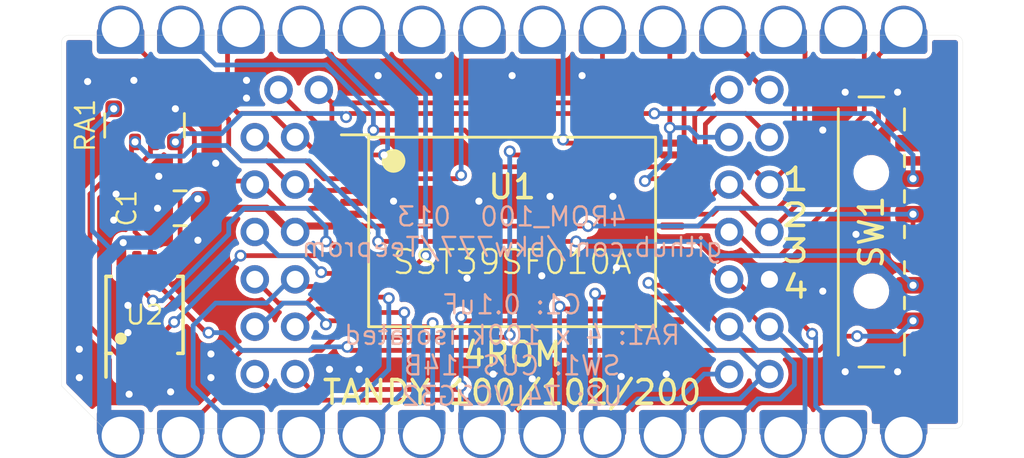
<source format=kicad_pcb>
(kicad_pcb (version 20221018) (generator pcbnew)
  (title_block (title "4ROM_100") (date "2023-02-13") (rev "013") (company "Brian White - b.kenyon.w@gmail.com") (comment 1 "CC-BY-SA") (comment 2 "github.com/bkw777/Teeprom") (comment 3 "4-bank Option ROM for TANDY 100/102/200"))
  (layers (0 "F.Cu" signal "Top") (31 "B.Cu" signal "Bottom") (34 "B.Paste" user) (35 "F.Paste" user) (36 "B.SilkS" user "B.Silkscreen") (37 "F.SilkS" user "F.Silkscreen") (38 "B.Mask" user) (39 "F.Mask" user) (44 "Edge.Cuts" user))
  (net 0 "")
  (net 1 "/D3")
  (net 2 "/A10")
  (net 3 "/D4")
  (net 4 "/A7")
  (net 5 "/D5")
  (net 6 "/A6")
  (net 7 "/D6")
  (net 8 "/A5")
  (net 9 "/D7")
  (net 10 "/A4")
  (net 11 "/A11")
  (net 12 "/A3")
  (net 13 "/~{OE}")
  (net 14 "/A2")
  (net 15 "/A13")
  (net 16 "/A1")
  (net 17 "/A0")
  (net 18 "/A12")
  (net 19 "/D0")
  (net 20 "/A9")
  (net 21 "/D1")
  (net 22 "/A8")
  (net 23 "/D2")
  (net 24 "/~{CE}")
  (net 25 "/A14")
  (net 26 "/~{WE}")
  (net 27 "VCC")
  (net 28 "GND")
  (net 29 "/A15")
  (net 30 "/A16")
  (net 33 "/BANK3")
  (net 34 "/BANK4")
  (net 35 "/BANK2")
  (footprint "000_LOCAL:4ROM_prog_female" (layer "F.Cu") (at 147.2184 99.187)
    (fp_text reference "J2" hide)
    (fp_text value "4ROM_prog_female")
  )
  (footprint "000_LOCAL:Molex78802_PCB_28" (layer "F.Cu") (at 147.2184 99.187 90)
    (fp_text reference "J1" hide)
    (fp_text value "Tandy_100_102_200_option_rom" hide)
    (fp_line (start -8.3 18.7) (end -8.3 -17.2) (stroke (width 0.01)) (layer "Edge.Cuts"))
    (fp_line (start -8 19) (end 8 19) (stroke (width 0.01)) (layer "Edge.Cuts"))
    (fp_line (start -6.5 -19) (end -8.3 -17.2) (stroke (width 0.01)) (layer "Edge.Cuts"))
    (fp_line (start 8 -19) (end -6.5 -19) (stroke (width 0.01)) (layer "Edge.Cuts"))
    (fp_line (start 8.3 18.7) (end 8.3 -18.7) (stroke (width 0.01)) (layer "Edge.Cuts"))
    (fp_arc (start -8 19) (mid -8.212132 18.912132) (end -8.3 18.7) (stroke (width 0.01)) (layer "Edge.Cuts"))
    (fp_arc (start 8 -19) (mid 8.212132 -18.912132) (end 8.3 -18.7) (stroke (width 0.01)) (layer "Edge.Cuts"))
    (fp_arc (start 8.3 18.7) (mid 8.212132 18.912132) (end 8 19) (stroke (width 0.01)) (layer "Edge.Cuts"))
  )
  (footprint "000_LOCAL:TSOP32-14mm" (layer "F.Cu") (at 147.2184 99.187)
    (fp_text reference "U1")
    (fp_text value "SST39SF010A")
  )
  (footprint "000_LOCAL:TSSOP-8_3x3mm_P0.65mm" (layer "F.Cu") (at 131.7184 102.687 90)
    (fp_text reference "U2")
    (fp_text value "74LVC2G32" hide)
  )
  (footprint "000_LOCAL:C_0805" (layer "F.Cu") (at 133.2184 98.187 180)
    (fp_text reference "C1")
    (fp_text value "0.1uF" hide)
  )
  (footprint "000_LOCAL:R_Array_Convex_4x0612" (layer "F.Cu") (at 131.7184 94.687 90)
    (fp_text reference "RA1")
    (fp_text value "100k" hide)
  )
  (footprint "000_LOCAL:SW_SP4T_CUS-14B" (layer "F.Cu") (at 162.6934 99.187 -90)
    (fp_text reference "SW1")
    (fp_text value "CUS-14B")
  )
  (gr_text "C1: ${5aa54699-cac0-4512-a84c-c0ec915fe983:VALUE}\nRA1: 4 x 100k isolated\nSW1: ${a7c09382-e20a-4ce3-82c6-73f6f0e81933:VALUE}\nU2: ${3dfb76f3-c3d5-4850-9cfc-bf1e0ad65d1c:VALUE}" (at 147.2184 104.187) (layer "B.SilkS") (effects (font (size 0.8 0.8) (thickness 0.1)) (justify mirror)))
  (gr_text "${TITLE}  ${REVISION}\n${COMMENT2}" (at 147.2184 99.187) (layer "B.SilkS") (effects (font (size 0.8 0.8) (thickness 0.1)) (justify mirror)))
  (gr_text "4ROM\nTANDY 100/102/200" (at 147.2184 105.156) (layer "F.SilkS") (effects (font (size 1 1))))
  (gr_text "1\n2\n3\n4" (at 159.1684 99.237) (layer "F.SilkS") (effects (font (size 0.94 1.2))))
  (segment (start 161.3184 97.387) (end 158.5184 100.187) (width 0.2) (layer "F.Cu") (net 1))
  (segment (start 156.1184 98.937) (end 153.9684 98.937) (width 0.2) (layer "F.Cu") (net 1))
  (segment (start 161.3184 95.787) (end 161.3184 97.387) (width 0.2) (layer "F.Cu") (net 1))
  (segment (start 162.6684 91.73475) (end 162.6684 94.437) (width 0.2) (layer "F.Cu") (net 1))
  (segment (start 158.5184 100.187) (end 157.6684 100.187) (width 0.2) (layer "F.Cu") (net 1))
  (segment (start 157.6684 100.187) (end 156.6684 99.187) (width 0.2) (layer "F.Cu") (net 1))
  (segment (start 156.6684 99.187) (end 156.3684 99.187) (width 0.2) (layer "F.Cu") (net 1))
  (segment (start 163.28065 91.1225) (end 162.6684 91.73475) (width 0.2) (layer "F.Cu") (net 1))
  (segment (start 163.7284 91.1225) (end 163.28065 91.1225) (width 0.2) (layer "F.Cu") (net 1))
  (segment (start 156.3684 99.187) (end 156.1184 98.937) (width 0.2) (layer "F.Cu") (net 1))
  (segment (start 162.6684 94.437) (end 161.3184 95.787) (width 0.2) (layer "F.Cu") (net 1))
  (segment (start 156.0184 93.187) (end 156.3684 93.187) (width 0.2) (layer "F.Cu") (net 2))
  (segment (start 135.2684 105.687) (end 133.7039 107.2515) (width 0.2) (layer "F.Cu") (net 2))
  (segment (start 154.6184 95.937) (end 154.9184 95.637) (width 0.2) (layer "F.Cu") (net 2))
  (segment (start 139.1684 104.187) (end 135.8184 104.187) (width 0.2) (layer "F.Cu") (net 2))
  (segment (start 153.9684 95.937) (end 154.6184 95.937) (width 0.2) (layer "F.Cu") (net 2))
  (segment (start 135.8184 104.187) (end 135.2684 104.737) (width 0.2) (layer "F.Cu") (net 2))
  (segment (start 133.7039 107.2515) (end 133.2484 107.2515) (width 0.2) (layer "F.Cu") (net 2))
  (segment (start 147.1184 95.787) (end 147.2684 95.937) (width 0.2) (layer "F.Cu") (net 2))
  (segment (start 140.8684 103.637) (end 140.6684 103.437) (width 0.2) (layer "F.Cu") (net 2))
  (segment (start 154.9184 94.287) (end 156.0184 93.187) (width 0.2) (layer "F.Cu") (net 2))
  (segment (start 140.6684 103.437) (end 139.9184 103.437) (width 0.2) (layer "F.Cu") (net 2))
  (segment (start 147.0184 103.637) (end 140.8684 103.637) (width 0.2) (layer "F.Cu") (net 2))
  (segment (start 135.2684 104.737) (end 135.2684 105.687) (width 0.2) (layer "F.Cu") (net 2))
  (segment (start 147.2684 95.937) (end 153.9684 95.937) (width 0.2) (layer "F.Cu") (net 2))
  (segment (start 154.9184 95.637) (end 154.9184 94.287) (width 0.2) (layer "F.Cu") (net 2))
  (segment (start 139.9184 103.437) (end 139.1684 104.187) (width 0.2) (layer "F.Cu") (net 2))
  (segment (start 147.1184 103.537) (end 147.0184 103.637) (width 0.2) (layer "F.Cu") (net 2))
  (via (at 147.1184 95.787) (size 0.5) (drill 0.3) (layers "F.Cu" "B.Cu") (net 2))
  (via (at 147.1184 103.537) (size 0.5) (drill 0.3) (layers "F.Cu" "B.Cu") (net 2))
  (segment (start 147.1184 95.787) (end 147.1184 103.537) (width 0.2) (layer "B.Cu") (net 2))
  (segment (start 160.8184 95.487) (end 160.8184 96.437) (width 0.2) (layer "F.Cu") (net 3))
  (segment (start 161.1884 91.1225) (end 162.0684 91.1225) (width 0.2) (layer "F.Cu") (net 3))
  (segment (start 155.9184 98.187) (end 155.6684 98.437) (width 0.2) (layer "F.Cu") (net 3))
  (segment (start 155.6684 98.437) (end 153.9684 98.437) (width 0.2) (layer "F.Cu") (net 3))
  (segment (start 161.1884 90.5868) (end 161.1884 91.1225) (width 0.2) (layer "F.Cu") (net 3))
  (segment (start 162.0684 94.237) (end 160.8184 95.487) (width 0.2) (layer "F.Cu") (net 3))
  (segment (start 157.8184 99.187) (end 156.8184 98.187) (width 0.2) (layer "F.Cu") (net 3))
  (segment (start 160.8184 96.437) (end 158.0684 99.187) (width 0.2) (layer "F.Cu") (net 3))
  (segment (start 156.8184 98.187) (end 155.9184 98.187) (width 0.2) (layer "F.Cu") (net 3))
  (segment (start 162.0684 91.1225) (end 162.0684 94.237) (width 0.2) (layer "F.Cu") (net 3))
  (segment (start 158.0684 99.187) (end 157.8184 99.187) (width 0.2) (layer "F.Cu") (net 3))
  (segment (start 140.4684 101.437) (end 140.4184 101.487) (width 0.2) (layer "F.Cu") (net 4))
  (segment (start 140.4184 101.487) (end 138.3684 101.487) (width 0.2) (layer "F.Cu") (net 4))
  (segment (start 138.3684 101.487) (end 138.0684 101.187) (width 0.2) (layer "F.Cu") (net 4))
  (segment (start 134.7184 102.187) (end 136.8684 102.187) (width 0.2) (layer "B.Cu") (net 4))
  (segment (start 133.7684 105.687) (end 133.7684 103.137) (width 0.2) (layer "B.Cu") (net 4))
  (segment (start 136.8684 102.187) (end 137.8684 101.187) (width 0.2) (layer "B.Cu") (net 4))
  (segment (start 135.3329 107.2515) (end 133.7684 105.687) (width 0.2) (layer "B.Cu") (net 4))
  (segment (start 133.7684 103.137) (end 134.7184 102.187) (width 0.2) (layer "B.Cu") (net 4))
  (segment (start 135.7884 107.2515) (end 135.3329 107.2515) (width 0.2) (layer "B.Cu") (net 4))
  (segment (start 137.8684 101.187) (end 138.0684 101.187) (width 0.2) (layer "B.Cu") (net 4))
  (segment (start 159.1039 91.1225) (end 159.5684 91.587) (width 0.2) (layer "F.Cu") (net 5))
  (segment (start 156.1184 97.187) (end 155.3684 97.937) (width 0.2) (layer "F.Cu") (net 5))
  (segment (start 158.4184 98.187) (end 157.6184 98.187) (width 0.2) (layer "F.Cu") (net 5))
  (segment (start 159.5684 91.587) (end 159.5684 97.037) (width 0.2) (layer "F.Cu") (net 5))
  (segment (start 156.3684 97.187) (end 156.1184 97.187) (width 0.2) (layer "F.Cu") (net 5))
  (segment (start 159.5684 97.037) (end 158.4184 98.187) (width 0.2) (layer "F.Cu") (net 5))
  (segment (start 156.6184 97.187) (end 156.3684 97.187) (width 0.2) (layer "F.Cu") (net 5))
  (segment (start 157.6184 98.187) (end 156.6184 97.187) (width 0.2) (layer "F.Cu") (net 5))
  (segment (start 155.3684 97.937) (end 153.9684 97.937) (width 0.2) (layer "F.Cu") (net 5))
  (segment (start 158.6484 91.1225) (end 159.1039 91.1225) (width 0.2) (layer "F.Cu") (net 5))
  (segment (start 141.9684 101.937) (end 140.4684 101.937) (width 0.2) (layer "F.Cu") (net 6))
  (segment (start 138.8184 101.937) (end 138.5684 102.187) (width 0.2) (layer "F.Cu") (net 6))
  (segment (start 140.4684 101.937) (end 138.8184 101.937) (width 0.2) (layer "F.Cu") (net 6))
  (segment (start 137.3684 102.187) (end 136.3684 101.187) (width 0.2) (layer "F.Cu") (net 6))
  (segment (start 138.5684 102.187) (end 137.3684 102.187) (width 0.2) (layer "F.Cu") (net 6))
  (segment (start 142.0184 101.987) (end 141.9684 101.937) (width 0.2) (layer "F.Cu") (net 6))
  (via (at 142.0184 101.987) (size 0.5) (drill 0.3) (layers "F.Cu" "B.Cu") (net 6))
  (segment (start 138.7539 107.2515) (end 138.3284 107.2515) (width 0.2) (layer "B.Cu") (net 6))
  (segment (start 142.0184 104.987) (end 140.7184 106.287) (width 0.2) (layer "B.Cu") (net 6))
  (segment (start 140.7184 106.287) (end 139.7184 106.287) (width 0.2) (layer "B.Cu") (net 6))
  (segment (start 139.7184 106.287) (end 138.7539 107.2515) (width 0.2) (layer "B.Cu") (net 6))
  (segment (start 142.0184 101.987) (end 142.0184 104.987) (width 0.2) (layer "B.Cu") (net 6))
  (segment (start 155.1684 96.837) (end 155.1684 97.187) (width 0.2) (layer "F.Cu") (net 7))
  (segment (start 157.5684 92.137) (end 158.6184 92.137) (width 0.2) (layer "F.Cu") (net 7))
  (segment (start 159.1184 96.137) (end 158.0684 97.187) (width 0.2) (layer "F.Cu") (net 7))
  (segment (start 155.8184 96.187) (end 155.1684 96.837) (width 0.2) (layer "F.Cu") (net 7))
  (segment (start 155.1684 97.187) (end 154.9184 97.437) (width 0.2) (layer "F.Cu") (net 7))
  (segment (start 154.9184 97.437) (end 153.9684 97.437) (width 0.2) (layer "F.Cu") (net 7))
  (segment (start 156.1084 91.1225) (end 156.5539 91.1225) (width 0.2) (layer "F.Cu") (net 7))
  (segment (start 159.1184 92.637) (end 159.1184 96.137) (width 0.2) (layer "F.Cu") (net 7))
  (segment (start 157.0684 96.187) (end 155.8184 96.187) (width 0.2) (layer "F.Cu") (net 7))
  (segment (start 156.5539 91.1225) (end 157.5684 92.137) (width 0.2) (layer "F.Cu") (net 7))
  (segment (start 158.0684 97.187) (end 157.0684 96.187) (width 0.2) (layer "F.Cu") (net 7))
  (segment (start 158.6184 92.137) (end 159.1184 92.637) (width 0.2) (layer "F.Cu") (net 7))
  (segment (start 138.2684 103.187) (end 138.0684 103.187) (width 0.2) (layer "F.Cu") (net 8))
  (segment (start 140.4684 102.437) (end 139.0184 102.437) (width 0.2) (layer "F.Cu") (net 8))
  (segment (start 139.0184 102.437) (end 138.2684 103.187) (width 0.2) (layer "F.Cu") (net 8))
  (segment (start 141.2684 102.587) (end 141.1184 102.437) (width 0.2) (layer "F.Cu") (net 8))
  (segment (start 141.1184 102.437) (end 140.4684 102.437) (width 0.2) (layer "F.Cu") (net 8))
  (segment (start 142.6684 102.587) (end 141.2684 102.587) (width 0.2) (layer "F.Cu") (net 8))
  (via (at 142.6684 102.587) (size 0.5) (drill 0.3) (layers "F.Cu" "B.Cu") (net 8))
  (segment (start 142.6684 105.887) (end 141.3039 107.2515) (width 0.2) (layer "B.Cu") (net 8))
  (segment (start 141.3039 107.2515) (end 140.8684 107.2515) (width 0.2) (layer "B.Cu") (net 8))
  (segment (start 142.6684 102.587) (end 142.6684 105.887) (width 0.2) (layer "B.Cu") (net 8))
  (segment (start 153.8684 94.787) (end 153.8684 90.8868) (width 0.2) (layer "F.Cu") (net 9))
  (segment (start 153.8684 90.8868) (end 153.5684 90.5868) (width 0.2) (layer "F.Cu") (net 9))
  (segment (start 152.9184 96.937) (end 153.9684 96.937) (width 0.2) (layer "F.Cu") (net 9))
  (segment (start 152.8184 97.037) (end 152.9184 96.937) (width 0.2) (layer "F.Cu") (net 9))
  (via (at 153.8684 94.787) (size 0.5) (drill 0.3) (layers "F.Cu" "B.Cu") (net 9))
  (via (at 152.8184 97.037) (size 0.5) (drill 0.3) (layers "F.Cu" "B.Cu") (net 9))
  (segment (start 152.8184 97.037) (end 153.8684 95.987) (width 0.2) (layer "B.Cu") (net 9))
  (segment (start 153.8684 95.987) (end 153.8684 94.787) (width 0.2) (layer "B.Cu") (net 9))
  (segment (start 154.6684 94.787) (end 155.0684 95.187) (width 0.2) (layer "B.Cu") (net 9))
  (segment (start 153.8684 94.787) (end 154.6684 94.787) (width 0.2) (layer "B.Cu") (net 9))
  (segment (start 155.0684 95.187) (end 156.3684 95.187) (width 0.2) (layer "B.Cu") (net 9))
  (segment (start 141.0684 103.187) (end 140.8184 102.937) (width 0.2) (layer "F.Cu") (net 10))
  (segment (start 139.3684 103.087) (end 139.5184 102.937) (width 0.2) (layer "F.Cu") (net 10))
  (segment (start 139.5184 102.937) (end 140.4684 102.937) (width 0.2) (layer "F.Cu") (net 10))
  (segment (start 140.8184 102.937) (end 140.4684 102.937) (width 0.2) (layer "F.Cu") (net 10))
  (segment (start 143.8684 103.037) (end 143.7184 103.187) (width 0.2) (layer "F.Cu") (net 10))
  (segment (start 143.7184 103.187) (end 141.0684 103.187) (width 0.2) (layer "F.Cu") (net 10))
  (via (at 139.3684 103.087) (size 0.5) (drill 0.3) (layers "F.Cu" "B.Cu") (net 10))
  (via (at 143.8684 103.037) (size 0.5) (drill 0.3) (layers "F.Cu" "B.Cu") (net 10))
  (segment (start 139.3684 102.987) (end 138.5684 102.187) (width 0.2) (layer "B.Cu") (net 10))
  (segment (start 137.5684 102.187) (end 136.5684 103.187) (width 0.2) (layer "B.Cu") (net 10))
  (segment (start 136.5684 103.187) (end 136.3684 103.187) (width 0.2) (layer "B.Cu") (net 10))
  (segment (start 143.8684 103.037) (end 143.8684 106.7915) (width 0.2) (layer "B.Cu") (net 10))
  (segment (start 138.5684 102.187) (end 137.5684 102.187) (width 0.2) (layer "B.Cu") (net 10))
  (segment (start 143.8684 106.7915) (end 143.4084 107.2515) (width 0.2) (layer "B.Cu") (net 10))
  (segment (start 139.3684 103.087) (end 139.3684 102.987) (width 0.2) (layer "B.Cu") (net 10))
  (segment (start 151.0284 92.927) (end 150.2184 93.737) (width 0.2) (layer "F.Cu") (net 11))
  (segment (start 140.1184 95.437) (end 140.4684 95.437) (width 0.2) (layer "F.Cu") (net 11))
  (segment (start 139.6184 94.937) (end 140.1184 95.437) (width 0.2) (layer "F.Cu") (net 11))
  (segment (start 151.0284 91.1225) (end 151.0284 92.927) (width 0.2) (layer "F.Cu") (net 11))
  (segment (start 139.0684 93.187) (end 139.6184 93.737) (width 0.2) (layer "F.Cu") (net 11))
  (segment (start 150.2184 93.737) (end 139.6184 93.737) (width 0.2) (layer "F.Cu") (net 11))
  (segment (start 139.6184 93.737) (end 139.6184 94.937) (width 0.2) (layer "F.Cu") (net 11))
  (segment (start 138.7184 105.837) (end 138.0684 105.187) (width 0.2) (layer "F.Cu") (net 12))
  (segment (start 145.0684 105.687) (end 144.9184 105.837) (width 0.2) (layer "F.Cu") (net 12))
  (segment (start 144.9184 105.837) (end 138.7184 105.837) (width 0.2) (layer "F.Cu") (net 12))
  (segment (start 145.2184 102.937) (end 153.9684 102.937) (width 0.2) (layer "F.Cu") (net 12))
  (segment (start 145.0684 102.787) (end 145.2184 102.937) (width 0.2) (layer "F.Cu") (net 12))
  (via (at 145.0684 105.687) (size 0.5) (drill 0.3) (layers "F.Cu" "B.Cu") (net 12))
  (via (at 145.0684 102.787) (size 0.5) (drill 0.3) (layers "F.Cu" "B.Cu") (net 12))
  (segment (start 145.0684 105.687) (end 145.0684 107.2515) (width 0.2) (layer "B.Cu") (net 12))
  (segment (start 145.0684 102.787) (end 145.0684 105.687) (width 0.2) (layer "B.Cu") (net 12))
  (segment (start 145.0684 107.2515) (end 145.9484 107.2515) (width 0.2) (layer "B.Cu") (net 12))
  (segment (start 156.8184 92.137) (end 155.8184 92.137) (width 0.2) (layer "F.Cu") (net 13))
  (segment (start 149.3684 95.287) (end 149.5184 95.437) (width 0.2) (layer "F.Cu") (net 13))
  (segment (start 158.0684 93.187) (end 157.8684 93.187) (width 0.2) (layer "F.Cu") (net 13))
  (segment (start 157.8684 93.187) (end 156.8184 92.137) (width 0.2) (layer "F.Cu") (net 13))
  (segment (start 154.4684 95.287) (end 154.3184 95.437) (width 0.2) (layer "F.Cu") (net 13))
  (segment (start 149.5184 95.437) (end 153.9684 95.437) (width 0.2) (layer "F.Cu") (net 13))
  (segment (start 155.8184 92.137) (end 154.4684 93.487) (width 0.2) (layer "F.Cu") (net 13))
  (segment (start 154.3184 95.437) (end 153.9684 95.437) (width 0.2) (layer "F.Cu") (net 13))
  (segment (start 154.4684 93.487) (end 154.4684 95.287) (width 0.2) (layer "F.Cu") (net 13))
  (via (at 149.3684 95.287) (size 0.5) (drill 0.3) (layers "F.Cu" "B.Cu") (net 13))
  (segment (start 149.3684 91.1225) (end 148.4884 91.1225) (width 0.2) (layer "B.Cu") (net 13))
  (segment (start 149.3684 95.287) (end 149.3684 91.1225) (width 0.2) (layer "B.Cu") (net 13))
  (segment (start 149.2184 102.337) (end 149.3184 102.437) (width 0.2) (layer "F.Cu") (net 14))
  (segment (start 149.3184 102.437) (end 153.9684 102.437) (width 0.2) (layer "F.Cu") (net 14))
  (segment (start 148.0329 107.2515) (end 147.0684 106.287) (width 0.2) (layer "F.Cu") (net 14))
  (segment (start 147.0684 106.287) (end 137.4684 106.287) (width 0.2) (layer "F.Cu") (net 14))
  (segment (start 137.4684 106.287) (end 136.3684 105.187) (width 0.2) (layer "F.Cu") (net 14))
  (segment (start 148.4884 107.2515) (end 148.0329 107.2515) (width 0.2) (layer "F.Cu") (net 14))
  (via (at 149.2184 102.337) (size 0.5) (drill 0.3) (layers "F.Cu" "B.Cu") (net 14))
  (segment (start 149.2184 107.2515) (end 148.4884 107.2515) (width 0.2) (layer "B.Cu") (net 14))
  (segment (start 149.2184 102.337) (end 149.2184 107.2515) (width 0.2) (layer "B.Cu") (net 14))
  (segment (start 144.9184 96.937) (end 140.4684 96.937) (width 0.2) (layer "F.Cu") (net 15))
  (segment (start 140.4684 96.937) (end 139.2684 96.937) (width 0.2) (layer "F.Cu") (net 15))
  (segment (start 136.6184 95.187) (end 136.3684 95.187) (width 0.2) (layer "F.Cu") (net 15))
  (segment (start 137.6184 96.187) (end 136.6184 95.187) (width 0.2) (layer "F.Cu") (net 15))
  (segment (start 139.2684 96.937) (end 138.5184 96.187) (width 0.2) (layer "F.Cu") (net 15))
  (segment (start 145.0684 96.787) (end 144.9184 96.937) (width 0.2) (layer "F.Cu") (net 15))
  (segment (start 138.5184 96.187) (end 137.6184 96.187) (width 0.2) (layer "F.Cu") (net 15))
  (via (at 145.0684 96.787) (size 0.5) (drill 0.3) (layers "F.Cu" "B.Cu") (net 15))
  (segment (start 145.0684 96.787) (end 145.0684 91.1225) (width 0.2) (layer "B.Cu") (net 15))
  (segment (start 145.0684 91.1225) (end 145.9484 91.1225) (width 0.2) (layer "B.Cu") (net 15))
  (segment (start 150.7184 101.787) (end 150.8684 101.937) (width 0.2) (layer "F.Cu") (net 16))
  (segment (start 150.8684 101.937) (end 153.9684 101.937) (width 0.2) (layer "F.Cu") (net 16))
  (via (at 150.7184 101.787) (size 0.5) (drill 0.3) (layers "F.Cu" "B.Cu") (net 16))
  (segment (start 151.5039 107.2515) (end 152.5184 106.237) (width 0.2) (layer "B.Cu") (net 16))
  (segment (start 155.3184 105.187) (end 156.3684 105.187) (width 0.2) (layer "B.Cu") (net 16))
  (segment (start 154.2684 106.237) (end 155.3184 105.187) (width 0.2) (layer "B.Cu") (net 16))
  (segment (start 150.7184 106.9415) (end 151.0284 107.2515) (width 0.2) (layer "B.Cu") (net 16))
  (segment (start 150.7184 101.787) (end 150.7184 106.9415) (width 0.2) (layer "B.Cu") (net 16))
  (segment (start 151.0284 107.2515) (end 151.5039 107.2515) (width 0.2) (layer "B.Cu") (net 16))
  (segment (start 152.5184 106.237) (end 154.2684 106.237) (width 0.2) (layer "B.Cu") (net 16))
  (segment (start 152.9684 101.337) (end 153.0684 101.437) (width 0.2) (layer "F.Cu") (net 17))
  (segment (start 153.0684 101.437) (end 153.9684 101.437) (width 0.2) (layer "F.Cu") (net 17))
  (via (at 152.9684 101.337) (size 0.5) (drill 0.3) (layers "F.Cu" "B.Cu") (net 17))
  (segment (start 158.0684 105.187) (end 157.8184 105.187) (width 0.2) (layer "B.Cu") (net 17))
  (segment (start 153.5684 107.2515) (end 154.0039 107.2515) (width 0.2) (layer "B.Cu") (net 17))
  (segment (start 157.8184 105.237) (end 157.8184 105.187) (width 0.2) (layer "B.Cu") (net 17))
  (segment (start 155.0184 106.237) (end 156.8184 106.237) (width 0.2) (layer "B.Cu") (net 17))
  (segment (start 156.8184 104.187) (end 155.8184 104.187) (width 0.2) (layer "B.Cu") (net 17))
  (segment (start 157.8184 105.187) (end 156.8184 104.187) (width 0.2) (layer "B.Cu") (net 17))
  (segment (start 156.8184 106.237) (end 157.8184 105.237) (width 0.2) (layer "B.Cu") (net 17))
  (segment (start 155.8184 104.187) (end 152.9684 101.337) (width 0.2) (layer "B.Cu") (net 17))
  (segment (start 154.0039 107.2515) (end 155.0184 106.237) (width 0.2) (layer "B.Cu") (net 17))
  (segment (start 142.8184 100.937) (end 143.5684 100.187) (width 0.2) (layer "F.Cu") (net 18))
  (segment (start 139.2184 100.937) (end 142.8184 100.937) (width 0.2) (layer "F.Cu") (net 18))
  (segment (start 139.1684 100.887) (end 139.2184 100.937) (width 0.2) (layer "F.Cu") (net 18))
  (via (at 139.1684 100.887) (size 0.5) (drill 0.3) (layers "F.Cu" "B.Cu") (net 18))
  (via (at 143.5684 100.187) (size 0.5) (drill 0.3) (layers "F.Cu" "B.Cu") (net 18))
  (segment (start 139.1684 100.887) (end 138.4684 100.187) (width 0.2) (layer "B.Cu") (net 18))
  (segment (start 137.3684 100.187) (end 136.3684 99.187) (width 0.2) (layer "B.Cu") (net 18))
  (segment (start 143.5684 93.387) (end 141.3039 91.1225) (width 0.2) (layer "B.Cu") (net 18))
  (segment (start 143.5684 100.187) (end 143.5684 93.387) (width 0.2) (layer "B.Cu") (net 18))
  (segment (start 138.4684 100.187) (end 137.3684 100.187) (width 0.2) (layer "B.Cu") (net 18))
  (segment (start 141.3039 91.1225) (end 140.8684 91.1225) (width 0.2) (layer "B.Cu") (net 18))
  (segment (start 156.0684 103.187) (end 154.8684 101.987) (width 0.2) (layer "F.Cu") (net 19))
  (segment (start 154.6184 100.937) (end 153.9684 100.937) (width 0.2) (layer "F.Cu") (net 19))
  (segment (start 154.8684 101.987) (end 154.8684 101.187) (width 0.2) (layer "F.Cu") (net 19))
  (segment (start 154.8684 101.187) (end 154.6184 100.937) (width 0.2) (layer "F.Cu") (net 19))
  (segment (start 156.3684 103.187) (end 156.0684 103.187) (width 0.2) (layer "F.Cu") (net 19))
  (segment (start 156.5684 103.187) (end 156.3684 103.187) (width 0.2) (layer "B.Cu") (net 19))
  (segment (start 159.1184 105.637) (end 159.1184 104.737) (width 0.2) (layer "B.Cu") (net 19))
  (segment (start 157.5684 104.187) (end 156.5684 103.187) (width 0.2) (layer "B.Cu") (net 19))
  (segment (start 158.5184 106.237) (end 159.1184 105.637) (width 0.2) (layer "B.Cu") (net 19))
  (segment (start 156.1084 107.2515) (end 156.5539 107.2515) (width 0.2) (layer "B.Cu") (net 19))
  (segment (start 157.5684 106.237) (end 158.5184 106.237) (width 0.2) (layer "B.Cu") (net 19))
  (segment (start 159.1184 104.737) (end 158.5684 104.187) (width 0.2) (layer "B.Cu") (net 19))
  (segment (start 156.5539 107.2515) (end 157.5684 106.237) (width 0.2) (layer "B.Cu") (net 19))
  (segment (start 158.5684 104.187) (end 157.5684 104.187) (width 0.2) (layer "B.Cu") (net 19))
  (segment (start 137.3684 93.237) (end 137.3684 93.187) (width 0.2) (layer "F.Cu") (net 20))
  (segment (start 139.0934 95.1995) (end 139.0934 94.712) (width 0.2) (layer "F.Cu") (net 20))
  (segment (start 139.0934 94.712) (end 138.5684 94.187) (width 0.2) (layer "F.Cu") (net 20))
  (segment (start 138.5684 94.187) (end 138.3184 94.187) (width 0.2) (layer "F.Cu") (net 20))
  (segment (start 140.4684 95.937) (end 139.8309 95.937) (width 0.2) (layer "F.Cu") (net 20))
  (segment (start 138.3184 94.187) (end 137.3684 93.237) (width 0.2) (layer "F.Cu") (net 20))
  (segment (start 139.8309 95.937) (end 139.0934 95.1995) (width 0.2) (layer "F.Cu") (net 20))
  (segment (start 141.8184 95.937) (end 140.4684 95.937) (width 0.2) (layer "F.Cu") (net 20))
  (via (at 141.8184 95.937) (size 0.5) (drill 0.3) (layers "F.Cu" "B.Cu") (net 20))
  (segment (start 141.8184 95.937) (end 141.9684 95.787) (width 0.2) (layer "B.Cu") (net 20))
  (segment (start 141.9684 94.162) (end 139.3684 91.562) (width 0.2) (layer "B.Cu") (net 20))
  (segment (start 138.7679 91.562) (end 138.3284 91.1225) (width 0.2) (layer "B.Cu") (net 20))
  (segment (start 141.9684 95.787) (end 141.9684 94.162) (width 0.2) (layer "B.Cu") (net 20))
  (segment (start 139.3684 91.562) (end 138.7679 91.562) (width 0.2) (layer "B.Cu") (net 20))
  (segment (start 153.9684 100.437) (end 154.7184 100.437) (width 0.2) (layer "F.Cu") (net 21))
  (segment (start 154.7184 100.437) (end 155.3184 101.037) (width 0.2) (layer "F.Cu") (net 21))
  (segment (start 155.3184 101.037) (end 155.3184 101.637) (width 0.2) (layer "F.Cu") (net 21))
  (segment (start 157.8184 103.187) (end 158.0684 103.187) (width 0.2) (layer "F.Cu") (net 21))
  (segment (start 155.8684 102.187) (end 156.8184 102.187) (width 0.2) (layer "F.Cu") (net 21))
  (segment (start 156.8184 102.187) (end 157.8184 103.187) (width 0.2) (layer "F.Cu") (net 21))
  (segment (start 155.3184 101.637) (end 155.8684 102.187) (width 0.2) (layer "F.Cu") (net 21))
  (segment (start 159.5684 104.537) (end 158.2184 103.187) (width 0.2) (layer "B.Cu") (net 21))
  (segment (start 158.2184 103.187) (end 158.0684 103.187) (width 0.2) (layer "B.Cu") (net 21))
  (segment (start 159.5684 107.2515) (end 159.5684 104.537) (width 0.2) (layer "B.Cu") (net 21))
  (segment (start 158.6484 107.2515) (end 159.5684 107.2515) (width 0.2) (layer "B.Cu") (net 21))
  (segment (start 135.6684 94.187) (end 135.2184 93.737) (width 0.2) (layer "F.Cu") (net 22))
  (segment (start 139.5684 96.437) (end 138.3184 95.187) (width 0.2) (layer "F.Cu") (net 22))
  (segment (start 135.2184 93.737) (end 135.2184 91.1225) (width 0.2) (layer "F.Cu") (net 22))
  (segment (start 138.0684 95.187) (end 137.0684 94.187) (width 0.2) (layer "F.Cu") (net 22))
  (segment (start 140.4684 96.437) (end 139.5684 96.437) (width 0.2) (layer "F.Cu") (net 22))
  (segment (start 135.2184 91.1225) (end 135.7884 91.1225) (width 0.2) (layer "F.Cu") (net 22))
  (segment (start 137.0684 94.187) (end 135.6684 94.187) (width 0.2) (layer "F.Cu") (net 22))
  (segment (start 138.3184 95.187) (end 138.0684 95.187) (width 0.2) (layer "F.Cu") (net 22))
  (segment (start 159.8684 103.487) (end 158.5684 102.187) (width 0.2) (layer "F.Cu") (net 23))
  (segment (start 156.0684 101.187) (end 154.8184 99.937) (width 0.2) (layer "F.Cu") (net 23))
  (segment (start 157.6184 102.187) (end 156.6184 101.187) (width 0.2) (layer "F.Cu") (net 23))
  (segment (start 156.6184 101.187) (end 156.0684 101.187) (width 0.2) (layer "F.Cu") (net 23))
  (segment (start 158.5684 102.187) (end 157.6184 102.187) (width 0.2) (layer "F.Cu") (net 23))
  (segment (start 154.8184 99.937) (end 153.9684 99.937) (width 0.2) (layer "F.Cu") (net 23))
  (via (at 159.8684 103.487) (size 0.5) (drill 0.3) (layers "F.Cu" "B.Cu") (net 23))
  (segment (start 161.1884 107.2515) (end 160.7329 107.2515) (width 0.2) (layer "B.Cu") (net 23))
  (segment (start 160.0184 103.637) (end 159.8684 103.487) (width 0.2) (layer "B.Cu") (net 23))
  (segment (start 160.0184 106.537) (end 160.0184 103.637) (width 0.2) (layer "B.Cu") (net 23))
  (segment (start 160.7329 107.2515) (end 160.0184 106.537) (width 0.2) (layer "B.Cu") (net 23))
  (segment (start 157.0684 94.187) (end 158.0684 95.187) (width 0.2) (layer "F.Cu") (net 24))
  (segment (start 145.2184 94.887) (end 146.7684 96.437) (width 0.2) (layer "F.Cu") (net 24))
  (segment (start 146.7684 96.437) (end 153.9684 96.437) (width 0.2) (layer "F.Cu") (net 24))
  (segment (start 155.3684 94.637) (end 155.8184 94.187) (width 0.2) (layer "F.Cu") (net 24))
  (segment (start 154.8184 96.437) (end 155.3684 95.887) (width 0.2) (layer "F.Cu") (net 24))
  (segment (start 155.8184 94.187) (end 157.0684 94.187) (width 0.2) (layer "F.Cu") (net 24))
  (segment (start 141.3684 94.887) (end 145.2184 94.887) (width 0.2) (layer "F.Cu") (net 24))
  (segment (start 155.3684 95.887) (end 155.3684 94.637) (width 0.2) (layer "F.Cu") (net 24))
  (segment (start 153.9684 96.437) (end 154.8184 96.437) (width 0.2) (layer "F.Cu") (net 24))
  (via (at 141.3684 94.887) (size 0.5) (drill 0.3) (layers "F.Cu" "B.Cu") (net 24))
  (segment (start 141.3684 94.887) (end 141.3684 94.137) (width 0.2) (layer "B.Cu") (net 24))
  (segment (start 133.7039 91.1225) (end 133.2484 91.1225) (width 0.2) (layer "B.Cu") (net 24))
  (segment (start 139.3684 92.137) (end 134.7184 92.137) (width 0.2) (layer "B.Cu") (net 24))
  (segment (start 134.7184 92.137) (end 133.7039 91.1225) (width 0.2) (layer "B.Cu") (net 24))
  (segment (start 141.3684 94.137) (end 139.3684 92.137) (width 0.2) (layer "B.Cu") (net 24))
  (segment (start 138.0684 97.187) (end 137.8684 97.187) (width 0.2) (layer "F.Cu") (net 25))
  (segment (start 132.1684 92.137) (end 131.1539 91.1225) (width 0.2) (layer "F.Cu") (net 25))
  (segment (start 135.2684 94.437) (end 132.9684 92.137) (width 0.2) (layer "F.Cu") (net 25))
  (segment (start 140.4684 97.437) (end 138.3184 97.437) (width 0.2) (layer "F.Cu") (net 25))
  (segment (start 132.9684 92.137) (end 132.1684 92.137) (width 0.2) (layer "F.Cu") (net 25))
  (segment (start 138.3184 97.437) (end 138.0684 97.187) (width 0.2) (layer "F.Cu") (net 25))
  (segment (start 136.8684 96.187) (end 135.8184 96.187) (width 0.2) (layer "F.Cu") (net 25))
  (segment (start 135.8184 96.187) (end 135.2684 95.637) (width 0.2) (layer "F.Cu") (net 25))
  (segment (start 131.1539 91.1225) (end 130.7084 91.1225) (width 0.2) (layer "F.Cu") (net 25))
  (segment (start 135.2684 95.637) (end 135.2684 94.437) (width 0.2) (layer "F.Cu") (net 25))
  (segment (start 137.8684 97.187) (end 136.8684 96.187) (width 0.2) (layer "F.Cu") (net 25))
  (segment (start 133.5184 94.687) (end 130.9184 94.687) (width 0.2) (layer "F.Cu") (net 26))
  (segment (start 137.6684 98.187) (end 136.6684 97.187) (width 0.2) (layer "F.Cu") (net 26))
  (segment (start 139.5684 98.437) (end 139.3184 98.187) (width 0.2) (layer "F.Cu") (net 26))
  (segment (start 130.6684 95.387) (end 130.4184 95.387) (width 0.2) (layer "F.Cu") (net 26))
  (segment (start 130.6684 94.937) (end 130.6684 95.387) (width 0.2) (layer "F.Cu") (net 26))
  (segment (start 134.1684 97.037) (end 133.8184 96.687) (width 0.2) (layer "F.Cu") (net 26))
  (segment (start 136.2184 97.037) (end 134.1684 97.037) (width 0.2) (layer "F.Cu") (net 26))
  (segment (start 130.9184 94.687) (end 130.6684 94.937) (width 0.2) (layer "F.Cu") (net 26))
  (segment (start 139.3184 98.187) (end 137.6684 98.187) (width 0.2) (layer "F.Cu") (net 26))
  (segment (start 133.8184 94.987) (end 133.5184 94.687) (width 0.2) (layer "F.Cu") (net 26))
  (segment (start 136.3684 97.187) (end 136.2184 97.037) (width 0.2) (layer "F.Cu") (net 26))
  (segment (start 136.6684 97.187) (end 136.3684 97.187) (width 0.2) (layer "F.Cu") (net 26))
  (segment (start 133.8184 96.687) (end 133.8184 94.987) (width 0.2) (layer "F.Cu") (net 26))
  (segment (start 140.4684 98.437) (end 139.5684 98.437) (width 0.2) (layer "F.Cu") (net 26))
  (segment (start 150.4184 98.937) (end 140.4684 98.937) (width 0.2) (layer "F.Cu") (net 27))
  (segment (start 164.1234 98.437) (end 164.1234 99.937) (width 0.2) (layer "F.Cu") (net 27))
  (segment (start 130.7434 100.537) (end 130.7434 99.712) (width 0.4) (layer "F.Cu") (net 27))
  (segment (start 130.7434 99.712) (end 130.8184 99.637) (width 0.4) (layer "F.Cu") (net 27))
  (segment (start 133.9684 97.787) (end 133.9684 97.987) (width 0.6) (layer "F.Cu") (net 27))
  (segment (start 134.1684 98.187) (end 136.8684 98.187) (width 0.3) (layer "F.Cu") (net 27))
  (segment (start 136.8684 98.187) (end 137.8684 99.187) (width 0.3) (layer "F.Cu") (net 27))
  (segment (start 138.4084 98.937) (end 138.2184 99.127) (width 0.3) (layer "F.Cu") (net 27))
  (segment (start 137.8684 99.187) (end 138.0684 99.187) (width 0.3) (layer "F.Cu") (net 27))
  (segment (start 138.3184 98.937) (end 138.0684 99.187) (width 0.3) (layer "F.Cu") (net 27))
  (segment (start 140.4684 98.937) (end 138.3184 98.937) (width 0.3) (layer "F.Cu") (net 27))
  (segment (start 133.9684 97.987) (end 134.1684 98.187) (width 0.6) (layer "F.Cu") (net 27))
  (via (at 164.1234 98.437) (size 0.5) (drill 0.3) (layers "F.Cu" "B.Cu") (net 27))
  (via (at 133.9684 97.787) (size 0.5) (drill 0.3) (layers "F.Cu" "B.Cu") (net 27))
  (via (at 130.4184 93.987) (size 0.5) (drill 0.3) (layers "F.Cu" "B.Cu") (net 27))
  (via (at 150.4184 98.937) (size 0.5) (drill 0.3) (layers "F.Cu" "B.Cu") (net 27))
  (via (at 130.8184 99.637) (size 0.5) (drill 0.3) (layers "F.Cu" "B.Cu") (net 27))
  (segment (start 158.6684 98.187) (end 158.9184 98.437) (width 0.2) (layer "B.Cu") (net 27))
  (segment (start 155.0684 98.937) (end 155.8184 98.187) (width 0.2) (layer "B.Cu") (net 27))
  (segment (start 130.8184 99.637) (end 130.0184 100.437) (width 0.6) (layer "B.Cu") (net 27))
  (segment (start 130.0184 107.2515) (end 130.7084 107.2515) (width 0.6) (layer "B.Cu") (net 27))
  (segment (start 155.8184 98.187) (end 158.6684 98.187) (width 0.2) (layer "B.Cu") (net 27))
  (segment (start 158.9184 98.437) (end 164.1234 98.437) (width 0.2) (layer "B.Cu") (net 27))
  (segment (start 130.4184 100.037) (end 129.5184 99.137) (width 0.2) (layer "B.Cu") (net 27))
  (segment (start 130.8184 99.637) (end 132.1184 99.637) (width 0.6) (layer "B.Cu") (net 27))
  (segment (start 132.1184 99.637) (end 133.9684 97.787) (width 0.6) (layer "B.Cu") (net 27))
  (segment (start 130.0184 100.437) (end 130.0184 107.2515) (width 0.6) (layer "B.Cu") (net 27))
  (segment (start 129.5184 99.137) (end 129.5184 94.887) (width 0.2) (layer "B.Cu") (net 27))
  (segment (start 129.5184 94.887) (end 130.4184 93.987) (width 0.2) (layer "B.Cu") (net 27))
  (segment (start 150.4184 98.937) (end 155.0684 98.937) (width 0.2) (layer "B.Cu") (net 27))
  (via (at 153.7184 105.187) (size 0.5) (drill 0.3) (layers "F.Cu" "B.Cu") (net 28))
  (via (at 136.0184 93.537) (size 0.5) (drill 0.3) (layers "F.Cu" "B.Cu") (net 28))
  (via (at 131.2684 92.787) (size 0.5) (drill 0.3) (layers "F.Cu" "B.Cu") (net 28))
  (via (at 140.7684 104.987) (size 0.5) (drill 0.3) (layers "F.Cu" "B.Cu") (net 28))
  (via (at 142.2184 97.887) (size 0.5) (drill 0.3) (layers "F.Cu" "B.Cu") (net 28))
  (via (at 134.5184 105.337) (size 0.5) (drill 0.3) (layers "F.Cu" "B.Cu") (net 28))
  (via (at 128.9684 104.137) (size 0.5) (drill 0.3) (layers "F.Cu" "B.Cu") (net 28))
  (via (at 139.5184 104.987) (size 0.5) (drill 0.3) (layers "F.Cu" "B.Cu") (net 28))
  (via (at 130.4184 98.687) (size 0.5) (drill 0.3) (layers "F.Cu" "B.Cu") (net 28))
  (via (at 133.9684 99.537) (size 0.5) (drill 0.3) (layers "F.Cu" "B.Cu") (net 28))
  (via (at 134.5184 104.337) (size 0.5) (drill 0.3) (layers "F.Cu" "B.Cu") (net 28))
  (via (at 132.2684 98.187) (size 0.5) (drill 0.3) (layers "F.Cu" "B.Cu") (net 28))
  (via (at 131.0684 106.037) (size 0.5) (drill 0.3) (layers "F.Cu" "B.Cu") (net 28))
  (via (at 146.4184 105.187) (size 0.5) (drill 0.3) (layers "F.Cu" "B.Cu") (net 28))
  (via (at 160.3184 94.887) (size 0.5) (drill 0.3) (layers "F.Cu" "B.Cu") (net 28))
  (via (at 160.3184 101.687) (size 0.5) (drill 0.3) (layers "F.Cu" "B.Cu") (net 28))
  (via (at 134.7184 96.287) (size 0.5) (drill 0.3) (layers "F.Cu" "B.Cu") (net 28))
  (via (at 150.1684 92.587) (size 0.5) (drill 0.3) (layers "F.Cu" "B.Cu") (net 28))
  (via (at 145.8184 97.887) (size 0.5) (drill 0.3) (layers "F.Cu" "B.Cu") (net 28))
  (via (at 161.7184 99.287) (size 0.5) (drill 0.3) (layers "F.Cu" "B.Cu") (net 28))
  (via (at 147.2184 92.587) (size 0.5) (drill 0.3) (layers "F.Cu" "B.Cu") (net 28))
  (via (at 161.2634 105.087) (size 0.5) (drill 0.3) (layers "F.Cu" "B.Cu") (net 28))
  (via (at 163.4734 93.287) (size 0.5) (drill 0.3) (layers "F.Cu" "B.Cu") (net 28))
  (via (at 148.4684 101.037) (size 0.5) (drill 0.3) (layers "F.Cu" "B.Cu") (net 28))
  (via (at 132.3184 96.837) (size 0.5) (drill 0.3) (layers "F.Cu" "B.Cu") (net 28))
  (via (at 144.1184 92.587) (size 0.5) (drill 0.3) (layers "F.Cu" "B.Cu") (net 28))
  (via (at 132.8184 105.937) (size 0.5) (drill 0.3) (layers "F.Cu" "B.Cu") (net 28))
  (via (at 151.6184 100.687) (size 0.5) (drill 0.3) (layers "F.Cu" "B.Cu") (net 28))
  (via (at 161.2634 93.287) (size 0.5) (drill 0.3) (layers "F.Cu" "B.Cu") (net 28))
  (via (at 129.3184 92.837) (size 0.5) (drill 0.3) (layers "F.Cu" "B.Cu") (net 28))
  (via (at 131.0184 103.437) (size 0.5) (drill 0.3) (layers "F.Cu" "B.Cu") (net 28))
  (via (at 151.4684 97.687) (size 0.5) (drill 0.3) (layers "F.Cu" "B.Cu") (net 28))
  (via (at 148.8184 97.687) (size 0.5) (drill 0.3) (layers "F.Cu" "B.Cu") (net 28))
  (via (at 136.0184 92.787) (size 0.5) (drill 0.3) (layers "F.Cu" "B.Cu") (net 28))
  (via (at 141.5684 92.587) (size 0.5) (drill 0.3) (layers "F.Cu" "B.Cu") (net 28))
  (via (at 131.0184 102.287) (size 0.5) (drill 0.3) (layers "F.Cu" "B.Cu") (net 28))
  (via (at 133.0184 93.987) (size 0.5) (drill 0.3) (layers "F.Cu" "B.Cu") (net 28))
  (via (at 148.0684 105.387) (size 0.5) (drill 0.3) (layers "F.Cu" "B.Cu") (net 28))
  (via (at 128.9684 105.337) (size 0.5) (drill 0.3) (layers "F.Cu" "B.Cu") (net 28))
  (via (at 163.4734 105.087) (size 0.5) (drill 0.3) (layers "F.Cu" "B.Cu") (net 28))
  (via (at 145.3184 101.137) (size 0.5) (drill 0.3) (layers "F.Cu" "B.Cu") (net 28))
  (via (at 130.5184 97.587) (size 0.5) (drill 0.3) (layers "F.Cu" "B.Cu") (net 28))
  (via (at 151.8184 105.287) (size 0.5) (drill 0.3) (layers "F.Cu" "B.Cu") (net 28))
  (segment (start 139.4184 100.187) (end 139.6184 100.387) (width 0.2) (layer "F.Cu") (net 29))
  (segment (start 140.4184 100.387) (end 140.4684 100.437) (width 0.2) (layer "F.Cu") (net 29))
  (segment (start 139.6184 100.387) (end 140.4184 100.387) (width 0.2) (layer "F.Cu") (net 29))
  (segment (start 132.4184 103.537) (end 132.4184 103.887) (width 0.2) (layer "F.Cu") (net 29))
  (segment (start 132.4184 103.887) (end 132.1184 104.187) (width 0.2) (layer "F.Cu") (net 29))
  (segment (start 132.9684 102.987) (end 132.4184 103.537) (width 0.2) (layer "F.Cu") (net 29))
  (segment (start 132.1184 104.762) (end 132.0434 104.837) (width 0.2) (layer "F.Cu") (net 29))
  (segment (start 132.1184 104.187) (end 132.1184 104.762) (width 0.2) (layer "F.Cu") (net 29))
  (segment (start 135.7684 100.187) (end 139.4184 100.187) (width 0.2) (layer "F.Cu") (net 29))
  (via (at 135.7684 100.187) (size 0.5) (drill 0.3) (layers "F.Cu" "B.Cu") (net 29))
  (via (at 132.9684 102.987) (size 0.5) (drill 0.3) (layers "F.Cu" "B.Cu") (net 29))
  (segment (start 132.9684 102.987) (end 135.7684 100.187) (width 0.2) (layer "B.Cu") (net 29))
  (segment (start 131.3934 101.412) (end 131.3934 100.537) (width 0.2) (layer "F.Cu") (net 30))
  (segment (start 139.5184 99.587) (end 139.8184 99.887) (width 0.2) (layer "F.Cu") (net 30))
  (segment (start 139.3684 99.587) (end 139.5184 99.587) (width 0.2) (layer "F.Cu") (net 30))
  (segment (start 132.0684 102.087) (end 131.3934 101.412) (width 0.2) (layer "F.Cu") (net 30))
  (segment (start 139.8184 99.887) (end 140.4184 99.887) (width 0.2) (layer "F.Cu") (net 30))
  (segment (start 140.4184 99.887) (end 140.4684 99.937) (width 0.2) (layer "F.Cu") (net 30))
  (via (at 132.0684 102.087) (size 0.5) (drill 0.3) (layers "F.Cu" "B.Cu") (net 30))
  (via (at 139.3684 99.587) (size 0.5) (drill 0.3) (layers "F.Cu" "B.Cu") (net 30))
  (segment (start 139.3684 98.987) (end 139.3684 99.587) (width 0.2) (layer "B.Cu") (net 30))
  (segment (start 138.5684 98.187) (end 139.3684 98.987) (width 0.2) (layer "B.Cu") (net 30))
  (segment (start 135.2684 99.287) (end 135.2684 98.837) (width 0.2) (layer "B.Cu") (net 30))
  (segment (start 135.9184 98.187) (end 138.5684 98.187) (width 0.2) (layer "B.Cu") (net 30))
  (segment (start 132.0684 102.087) (end 132.4684 102.087) (width 0.2) (layer "B.Cu") (net 30))
  (segment (start 132.4684 102.087) (end 135.2684 99.287) (width 0.2) (layer "B.Cu") (net 30))
  (segment (start 135.2684 98.837) (end 135.9184 98.187) (width 0.2) (layer "B.Cu") (net 30))
  (segment (start 131.3184 95.387) (end 131.1684 95.537) (width 0.2) (layer "F.Cu") (net 33))
  (segment (start 131.1684 95.837) (end 129.4184 97.587) (width 0.2) (layer "F.Cu") (net 33))
  (segment (start 129.4184 97.587) (end 129.4184 103.187) (width 0.2) (layer "F.Cu") (net 33))
  (segment (start 129.4184 103.187) (end 130.7434 104.512) (width 0.2) (layer "F.Cu") (net 33))
  (segment (start 130.7434 104.512) (end 130.7434 104.837) (width 0.2) (layer "F.Cu") (net 33))
  (segment (start 131.1684 95.537) (end 131.1684 95.837) (width 0.2) (layer "F.Cu") (net 33))
  (segment (start 141.5684 99.587) (end 149.9184 99.587) (width 0.2) (layer "F.Cu") (net 33))
  (via (at 164.1234 101.437) (size 0.5) (drill 0.3) (layers "F.Cu" "B.Cu") (net 33))
  (via (at 149.9184 99.587) (size 0.5) (drill 0.3) (layers "F.Cu" "B.Cu") (net 33))
  (via (at 141.5684 99.587) (size 0.5) (drill 0.3) (layers "F.Cu" "B.Cu") (net 33))
  (via (at 131.3184 95.387) (size 0.5) (drill 0.3) (layers "F.Cu" "B.Cu") (net 33))
  (segment (start 149.9184 99.587) (end 155.2434 99.587) (width 0.2) (layer "B.Cu") (net 33))
  (segment (start 155.8434 100.187) (end 162.8734 100.187) (width 0.2) (layer "B.Cu") (net 33))
  (segment (start 135.8184 96.187) (end 138.6684 96.187) (width 0.2) (layer "B.Cu") (net 33))
  (segment (start 133.8184 95.537) (end 135.1684 95.537) (width 0.2) (layer "B.Cu") (net 33))
  (segment (start 141.5684 99.087) (end 141.5684 99.587) (width 0.2) (layer "B.Cu") (net 33))
  (segment (start 135.1684 95.537) (end 135.8184 96.187) (width 0.2) (layer "B.Cu") (net 33))
  (segment (start 138.6684 96.187) (end 141.5684 99.087) (width 0.2) (layer "B.Cu") (net 33))
  (segment (start 155.2434 99.587) (end 155.8434 100.187) (width 0.2) (layer "B.Cu") (net 33))
  (segment (start 131.3184 95.387) (end 131.9184 95.987) (width 0.2) (layer "B.Cu") (net 33))
  (segment (start 131.9184 95.987) (end 133.3684 95.987) (width 0.2) (layer "B.Cu") (net 33))
  (segment (start 162.8734 100.187) (end 164.1234 101.437) (width 0.2) (layer "B.Cu") (net 33))
  (segment (start 133.3684 95.987) (end 133.8184 95.537) (width 0.2) (layer "B.Cu") (net 33))
  (segment (start 131.9184 103.712) (end 131.9184 103.137) (width 0.2) (layer "F.Cu") (net 34))
  (segment (start 131.9684 99.837) (end 131.3184 99.187) (width 0.2) (layer "F.Cu") (net 34))
  (segment (start 132.1184 100.612) (end 132.0434 100.537) (width 0.2) (layer "F.Cu") (net 34))
  (segment (start 131.3934 104.837) (end 131.4684 104.762) (width 0.2) (layer "F.Cu") (net 34))
  (segment (start 131.9684 95.887) (end 131.9684 95.537) (width 0.2) (layer "F.Cu") (net 34))
  (segment (start 131.3184 99.187) (end 131.3184 96.537) (width 0.2) (layer "F.Cu") (net 34))
  (segment (start 134.4184 103.437) (end 134.3184 103.437) (width 0.2) (layer "F.Cu") (net 34))
  (segment (start 131.4684 104.162) (end 131.9184 103.712) (width 0.2) (layer "F.Cu") (net 34))
  (segment (start 134.3184 103.437) (end 132.1184 101.237) (width 0.2) (layer "F.Cu") (net 34))
  (segment (start 131.9684 100.462) (end 131.9684 99.837) (width 0.2) (layer "F.Cu") (net 34))
  (segment (start 132.1184 101.237) (end 132.1184 100.612) (width 0.2) (layer "F.Cu") (net 34))
  (segment (start 161.7684 103.587) (end 160.7684 103.587) (width 0.2) (layer "F.Cu") (net 34))
  (segment (start 160.1684 104.187) (end 140.4184 104.187) (width 0.2) (layer "F.Cu") (net 34))
  (segment (start 160.7684 103.587) (end 160.1684 104.187) (width 0.2) (layer "F.Cu") (net 34))
  (segment (start 131.9684 95.537) (end 132.1184 95.387) (width 0.2) (layer "F.Cu") (net 34))
  (segment (start 131.4684 104.762) (end 131.4684 104.162) (width 0.2) (layer "F.Cu") (net 34))
  (segment (start 131.3184 96.537) (end 131.9684 95.887) (width 0.2) (layer "F.Cu") (net 34))
  (segment (start 140.4184 104.187) (end 140.2684 104.037) (width 0.2) (layer "F.Cu") (net 34))
  (segment (start 131.9184 103.137) (end 132.9684 102.087) (width 0.2) (layer "F.Cu") (net 34))
  (segment (start 132.0434 100.537) (end 131.9684 100.462) (width 0.2) (layer "F.Cu") (net 34))
  (via (at 164.1234 102.937) (size 0.5) (drill 0.3) (layers "F.Cu" "B.Cu") (net 34))
  (via (at 161.7684 103.587) (size 0.5) (drill 0.3) (layers "F.Cu" "B.Cu") (net 34))
  (via (at 134.4184 103.437) (size 0.5) (drill 0.3) (layers "F.Cu" "B.Cu") (net 34))
  (via (at 140.2684 104.037) (size 0.5) (drill 0.3) (layers "F.Cu" "B.Cu") (net 34))
  (segment (start 138.8184 104.037) (end 138.6684 104.187) (width 0.2) (layer "B.Cu") (net 34))
  (segment (start 140.2684 104.037) (end 138.8184 104.037) (width 0.2) (layer "B.Cu") (net 34))
  (segment (start 161.7684 103.587) (end 163.4734 103.587) (width 0.2) (layer "B.Cu") (net 34))
  (segment (start 163.4734 103.587) (end 164.1234 102.937) (width 0.2) (layer "B.Cu") (net 34))
  (segment (start 138.6684 104.187) (end 135.8184 104.187) (width 0.2) (layer "B.Cu") (net 34))
  (segment (start 135.8184 104.187) (end 135.0684 103.437) (width 0.2) (layer "B.Cu") (net 34))
  (segment (start 135.0684 103.437) (end 134.4184 103.437) (width 0.2) (layer "B.Cu") (net 34))
  (segment (start 140.3684 94.187) (end 153.2184 94.187) (width 0.2) (layer "F.Cu") (net 35))
  (segment (start 140.2184 94.337) (end 140.3684 94.187) (width 0.2) (layer "F.Cu") (net 35))
  (segment (start 133.0184 95.387) (end 133.2184 95.587) (width 0.2) (layer "F.Cu") (net 35))
  (segment (start 133.2184 99.687) (end 132.6934 100.212) (width 0.2) (layer "F.Cu") (net 35))
  (segment (start 132.6934 100.212) (end 132.6934 100.537) (width 0.2) (layer "F.Cu") (net 35))
  (segment (start 133.2184 95.587) (end 133.2184 99.687) (width 0.2) (layer "F.Cu") (net 35))
  (via (at 153.2184 94.187) (size 0.5) (drill 0.3) (layers "F.Cu" "B.Cu") (net 35))
  (via (at 140.2184 94.337) (size 0.5) (drill 0.3) (layers "F.Cu" "B.Cu") (net 35))
  (via (at 164.1234 96.937) (size 0.5) (drill 0.3) (layers "F.Cu" "B.Cu") (net 35))
  (via (at 133.0184 95.387) (size 0.5) (drill 0.3) (layers "F.Cu" "B.Cu") (net 35))
  (segment (start 133.3684 95.037) (end 133.0184 95.387) (width 0.2) (layer "B.Cu") (net 35))
  (segment (start 140.0684 94.187) (end 135.8184 94.187) (width 0.2) (layer "B.Cu") (net 35))
  (segment (start 135.8184 94.187) (end 134.9684 95.037) (width 0.2) (layer "B.Cu") (net 35))
  (segment (start 164.1234 95.942) (end 164.1234 96.937) (width 0.2) (layer "B.Cu") (net 35))
  (segment (start 162.3684 94.187) (end 164.1234 95.942) (width 0.2) (layer "B.Cu") (net 35))
  (segment (start 153.2184 94.187) (end 162.3684 94.187) (width 0.2) (layer "B.Cu") (net 35))
  (segment (start 134.9684 95.037) (end 133.3684 95.037) (width 0.2) (layer "B.Cu") (net 35))
  (segment (start 140.2184 94.337) (end 140.0684 94.187) (width 0.2) (layer "B.Cu") (net 35))
  (zone (net 28) (net_name "GND") (layer "F.Cu") (connect_pads yes (clearance 0.2)) (min_thickness 0.18) (fill yes (thermal_gap 0.2) (thermal_bridge_width 0.3) (smoothing fillet) (radius 0.1))
    (polygon (pts (xy 166.2184 90.887) (xy 166.2184 107.487) (xy 128.2184 107.487) (xy 128.2184 90.887)))
  )
  (zone (net 28) (net_name "GND") (layer "B.Cu") (connect_pads yes (clearance 0.2)) (min_thickness 0.18) (fill yes (thermal_gap 0.2) (thermal_bridge_width 0.3) (smoothing fillet) (radius 0.1))
    (polygon (pts (xy 166.2184 90.887) (xy 166.2184 107.487) (xy 128.2184 107.487) (xy 128.2184 90.887)))
  )
)
</source>
